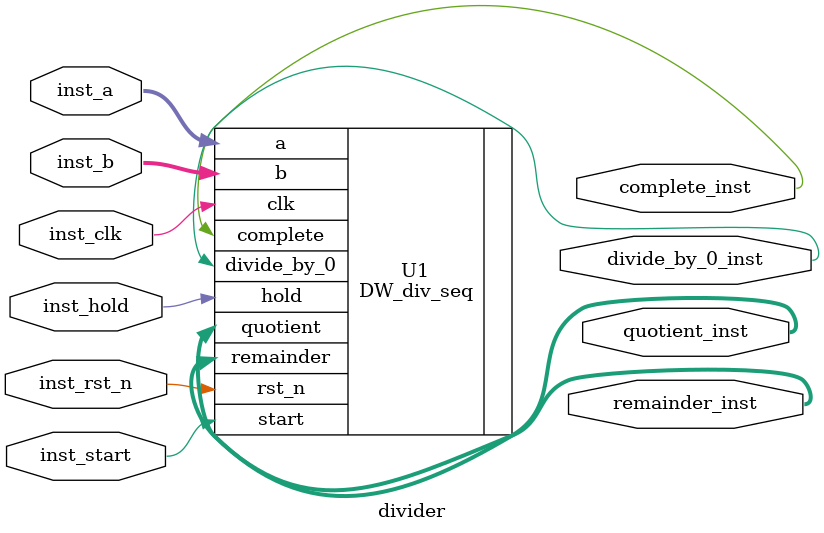
<source format=sv>
module divider(inst_clk, inst_rst_n, inst_hold, inst_start, inst_a,
inst_b, complete_inst, divide_by_0_inst, quotient_inst, remainder_inst);
parameter inst_a_width = 32;
parameter inst_b_width = 32;
parameter inst_tc_mode = 0;
parameter inst_num_cyc = 32;
parameter inst_rst_mode = 0;
parameter inst_input_mode = 0;
parameter inst_output_mode = 0;
parameter inst_early_start = 0;


input inst_clk;
input inst_rst_n;
input inst_hold;
input inst_start;
input [inst_a_width-1 : 0] inst_a;
input [inst_b_width-1 : 0] inst_b;
output complete_inst;
output divide_by_0_inst;
output [inst_a_width-1 : 0] quotient_inst;
output [inst_b_width-1 : 0] remainder_inst;
// Instance of DW_div_seq
DW_div_seq #(inst_a_width, inst_b_width, inst_tc_mode, inst_num_cyc,
inst_rst_mode, inst_input_mode, inst_output_mode,
inst_early_start)
U1 (.clk(inst_clk), .rst_n(inst_rst_n), .hold(inst_hold),
.start(inst_start), .a(inst_a), .b(inst_b),
.complete(complete_inst), .divide_by_0(divide_by_0_inst),
.quotient(quotient_inst), .remainder(remainder_inst) );
endmodule

</source>
